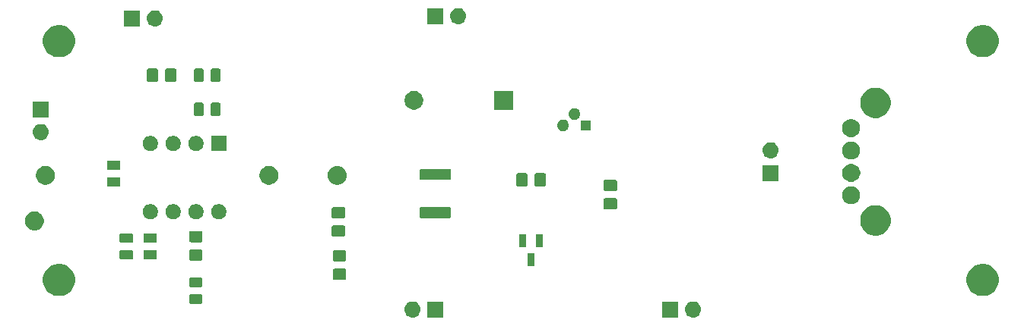
<source format=gbr>
G04 #@! TF.GenerationSoftware,KiCad,Pcbnew,5.1.4-e60b266~84~ubuntu18.04.1*
G04 #@! TF.CreationDate,2019-09-29T22:34:52+02:00*
G04 #@! TF.ProjectId,Circuit,43697263-7569-4742-9e6b-696361645f70,rev?*
G04 #@! TF.SameCoordinates,Original*
G04 #@! TF.FileFunction,Soldermask,Top*
G04 #@! TF.FilePolarity,Negative*
%FSLAX46Y46*%
G04 Gerber Fmt 4.6, Leading zero omitted, Abs format (unit mm)*
G04 Created by KiCad (PCBNEW 5.1.4-e60b266~84~ubuntu18.04.1) date 2019-09-29 22:34:52*
%MOMM*%
%LPD*%
G04 APERTURE LIST*
%ADD10C,0.150000*%
G04 APERTURE END LIST*
D10*
G36*
X118474442Y-118231518D02*
G01*
X118540627Y-118238037D01*
X118710466Y-118289557D01*
X118866991Y-118373222D01*
X118881753Y-118385337D01*
X119004186Y-118485814D01*
X119087448Y-118587271D01*
X119116778Y-118623009D01*
X119200443Y-118779534D01*
X119251963Y-118949373D01*
X119269359Y-119126000D01*
X119251963Y-119302627D01*
X119200443Y-119472466D01*
X119116778Y-119628991D01*
X119087448Y-119664729D01*
X119004186Y-119766186D01*
X118902729Y-119849448D01*
X118866991Y-119878778D01*
X118710466Y-119962443D01*
X118540627Y-120013963D01*
X118474442Y-120020482D01*
X118408260Y-120027000D01*
X118319740Y-120027000D01*
X118253558Y-120020482D01*
X118187373Y-120013963D01*
X118017534Y-119962443D01*
X117861009Y-119878778D01*
X117825271Y-119849448D01*
X117723814Y-119766186D01*
X117640552Y-119664729D01*
X117611222Y-119628991D01*
X117527557Y-119472466D01*
X117476037Y-119302627D01*
X117458641Y-119126000D01*
X117476037Y-118949373D01*
X117527557Y-118779534D01*
X117611222Y-118623009D01*
X117640552Y-118587271D01*
X117723814Y-118485814D01*
X117846247Y-118385337D01*
X117861009Y-118373222D01*
X118017534Y-118289557D01*
X118187373Y-118238037D01*
X118253558Y-118231518D01*
X118319740Y-118225000D01*
X118408260Y-118225000D01*
X118474442Y-118231518D01*
X118474442Y-118231518D01*
G37*
G36*
X147967000Y-120027000D02*
G01*
X146165000Y-120027000D01*
X146165000Y-118225000D01*
X147967000Y-118225000D01*
X147967000Y-120027000D01*
X147967000Y-120027000D01*
G37*
G36*
X149716442Y-118231518D02*
G01*
X149782627Y-118238037D01*
X149952466Y-118289557D01*
X150108991Y-118373222D01*
X150123753Y-118385337D01*
X150246186Y-118485814D01*
X150329448Y-118587271D01*
X150358778Y-118623009D01*
X150442443Y-118779534D01*
X150493963Y-118949373D01*
X150511359Y-119126000D01*
X150493963Y-119302627D01*
X150442443Y-119472466D01*
X150358778Y-119628991D01*
X150329448Y-119664729D01*
X150246186Y-119766186D01*
X150144729Y-119849448D01*
X150108991Y-119878778D01*
X149952466Y-119962443D01*
X149782627Y-120013963D01*
X149716442Y-120020482D01*
X149650260Y-120027000D01*
X149561740Y-120027000D01*
X149495558Y-120020482D01*
X149429373Y-120013963D01*
X149259534Y-119962443D01*
X149103009Y-119878778D01*
X149067271Y-119849448D01*
X148965814Y-119766186D01*
X148882552Y-119664729D01*
X148853222Y-119628991D01*
X148769557Y-119472466D01*
X148718037Y-119302627D01*
X148700641Y-119126000D01*
X148718037Y-118949373D01*
X148769557Y-118779534D01*
X148853222Y-118623009D01*
X148882552Y-118587271D01*
X148965814Y-118485814D01*
X149088247Y-118385337D01*
X149103009Y-118373222D01*
X149259534Y-118289557D01*
X149429373Y-118238037D01*
X149495558Y-118231518D01*
X149561740Y-118225000D01*
X149650260Y-118225000D01*
X149716442Y-118231518D01*
X149716442Y-118231518D01*
G37*
G36*
X121805000Y-120027000D02*
G01*
X120003000Y-120027000D01*
X120003000Y-118225000D01*
X121805000Y-118225000D01*
X121805000Y-120027000D01*
X121805000Y-120027000D01*
G37*
G36*
X94818468Y-117432565D02*
G01*
X94857138Y-117444296D01*
X94892777Y-117463346D01*
X94924017Y-117488983D01*
X94949654Y-117520223D01*
X94968704Y-117555862D01*
X94980435Y-117594532D01*
X94985000Y-117640888D01*
X94985000Y-118292112D01*
X94980435Y-118338468D01*
X94968704Y-118377138D01*
X94949654Y-118412777D01*
X94924017Y-118444017D01*
X94892777Y-118469654D01*
X94857138Y-118488704D01*
X94818468Y-118500435D01*
X94772112Y-118505000D01*
X93695888Y-118505000D01*
X93649532Y-118500435D01*
X93610862Y-118488704D01*
X93575223Y-118469654D01*
X93543983Y-118444017D01*
X93518346Y-118412777D01*
X93499296Y-118377138D01*
X93487565Y-118338468D01*
X93483000Y-118292112D01*
X93483000Y-117640888D01*
X93487565Y-117594532D01*
X93499296Y-117555862D01*
X93518346Y-117520223D01*
X93543983Y-117488983D01*
X93575223Y-117463346D01*
X93610862Y-117444296D01*
X93649532Y-117432565D01*
X93695888Y-117428000D01*
X94772112Y-117428000D01*
X94818468Y-117432565D01*
X94818468Y-117432565D01*
G37*
G36*
X79519331Y-114092211D02*
G01*
X79847092Y-114227974D01*
X80142070Y-114425072D01*
X80392928Y-114675930D01*
X80590026Y-114970908D01*
X80725789Y-115298669D01*
X80795000Y-115646616D01*
X80795000Y-116001384D01*
X80725789Y-116349331D01*
X80590026Y-116677092D01*
X80392928Y-116972070D01*
X80142070Y-117222928D01*
X79847092Y-117420026D01*
X79519331Y-117555789D01*
X79171384Y-117625000D01*
X78816616Y-117625000D01*
X78468669Y-117555789D01*
X78140908Y-117420026D01*
X77845930Y-117222928D01*
X77595072Y-116972070D01*
X77397974Y-116677092D01*
X77262211Y-116349331D01*
X77193000Y-116001384D01*
X77193000Y-115646616D01*
X77262211Y-115298669D01*
X77397974Y-114970908D01*
X77595072Y-114675930D01*
X77845930Y-114425072D01*
X78140908Y-114227974D01*
X78468669Y-114092211D01*
X78816616Y-114023000D01*
X79171384Y-114023000D01*
X79519331Y-114092211D01*
X79519331Y-114092211D01*
G37*
G36*
X182389331Y-114092211D02*
G01*
X182717092Y-114227974D01*
X183012070Y-114425072D01*
X183262928Y-114675930D01*
X183460026Y-114970908D01*
X183595789Y-115298669D01*
X183665000Y-115646616D01*
X183665000Y-116001384D01*
X183595789Y-116349331D01*
X183460026Y-116677092D01*
X183262928Y-116972070D01*
X183012070Y-117222928D01*
X182717092Y-117420026D01*
X182389331Y-117555789D01*
X182041384Y-117625000D01*
X181686616Y-117625000D01*
X181338669Y-117555789D01*
X181010908Y-117420026D01*
X180715930Y-117222928D01*
X180465072Y-116972070D01*
X180267974Y-116677092D01*
X180132211Y-116349331D01*
X180063000Y-116001384D01*
X180063000Y-115646616D01*
X180132211Y-115298669D01*
X180267974Y-114970908D01*
X180465072Y-114675930D01*
X180715930Y-114425072D01*
X181010908Y-114227974D01*
X181338669Y-114092211D01*
X181686616Y-114023000D01*
X182041384Y-114023000D01*
X182389331Y-114092211D01*
X182389331Y-114092211D01*
G37*
G36*
X94818468Y-115557565D02*
G01*
X94857138Y-115569296D01*
X94892777Y-115588346D01*
X94924017Y-115613983D01*
X94949654Y-115645223D01*
X94968704Y-115680862D01*
X94980435Y-115719532D01*
X94985000Y-115765888D01*
X94985000Y-116417112D01*
X94980435Y-116463468D01*
X94968704Y-116502138D01*
X94949654Y-116537777D01*
X94924017Y-116569017D01*
X94892777Y-116594654D01*
X94857138Y-116613704D01*
X94818468Y-116625435D01*
X94772112Y-116630000D01*
X93695888Y-116630000D01*
X93649532Y-116625435D01*
X93610862Y-116613704D01*
X93575223Y-116594654D01*
X93543983Y-116569017D01*
X93518346Y-116537777D01*
X93499296Y-116502138D01*
X93487565Y-116463468D01*
X93483000Y-116417112D01*
X93483000Y-115765888D01*
X93487565Y-115719532D01*
X93499296Y-115680862D01*
X93518346Y-115645223D01*
X93543983Y-115613983D01*
X93575223Y-115588346D01*
X93610862Y-115569296D01*
X93649532Y-115557565D01*
X93695888Y-115553000D01*
X94772112Y-115553000D01*
X94818468Y-115557565D01*
X94818468Y-115557565D01*
G37*
G36*
X110824674Y-114567465D02*
G01*
X110862367Y-114578899D01*
X110897103Y-114597466D01*
X110927548Y-114622452D01*
X110952534Y-114652897D01*
X110971101Y-114687633D01*
X110982535Y-114725326D01*
X110987000Y-114770661D01*
X110987000Y-115607339D01*
X110982535Y-115652674D01*
X110971101Y-115690367D01*
X110952534Y-115725103D01*
X110927548Y-115755548D01*
X110897103Y-115780534D01*
X110862367Y-115799101D01*
X110824674Y-115810535D01*
X110779339Y-115815000D01*
X109692661Y-115815000D01*
X109647326Y-115810535D01*
X109609633Y-115799101D01*
X109574897Y-115780534D01*
X109544452Y-115755548D01*
X109519466Y-115725103D01*
X109500899Y-115690367D01*
X109489465Y-115652674D01*
X109485000Y-115607339D01*
X109485000Y-114770661D01*
X109489465Y-114725326D01*
X109500899Y-114687633D01*
X109519466Y-114652897D01*
X109544452Y-114622452D01*
X109574897Y-114597466D01*
X109609633Y-114578899D01*
X109647326Y-114567465D01*
X109692661Y-114563000D01*
X110779339Y-114563000D01*
X110824674Y-114567465D01*
X110824674Y-114567465D01*
G37*
G36*
X131942000Y-114292000D02*
G01*
X131202000Y-114292000D01*
X131202000Y-112852000D01*
X131942000Y-112852000D01*
X131942000Y-114292000D01*
X131942000Y-114292000D01*
G37*
G36*
X110824674Y-112517465D02*
G01*
X110862367Y-112528899D01*
X110897103Y-112547466D01*
X110927548Y-112572452D01*
X110952534Y-112602897D01*
X110971101Y-112637633D01*
X110982535Y-112675326D01*
X110987000Y-112720661D01*
X110987000Y-113557339D01*
X110982535Y-113602674D01*
X110971101Y-113640367D01*
X110952534Y-113675103D01*
X110927548Y-113705548D01*
X110897103Y-113730534D01*
X110862367Y-113749101D01*
X110824674Y-113760535D01*
X110779339Y-113765000D01*
X109692661Y-113765000D01*
X109647326Y-113760535D01*
X109609633Y-113749101D01*
X109574897Y-113730534D01*
X109544452Y-113705548D01*
X109519466Y-113675103D01*
X109500899Y-113640367D01*
X109489465Y-113602674D01*
X109485000Y-113557339D01*
X109485000Y-112720661D01*
X109489465Y-112675326D01*
X109500899Y-112637633D01*
X109519466Y-112602897D01*
X109544452Y-112572452D01*
X109574897Y-112547466D01*
X109609633Y-112528899D01*
X109647326Y-112517465D01*
X109692661Y-112513000D01*
X110779339Y-112513000D01*
X110824674Y-112517465D01*
X110824674Y-112517465D01*
G37*
G36*
X94822674Y-112417465D02*
G01*
X94860367Y-112428899D01*
X94895103Y-112447466D01*
X94925548Y-112472452D01*
X94950534Y-112502897D01*
X94969101Y-112537633D01*
X94980535Y-112575326D01*
X94985000Y-112620661D01*
X94985000Y-113457339D01*
X94980535Y-113502674D01*
X94969101Y-113540367D01*
X94950534Y-113575103D01*
X94925548Y-113605548D01*
X94895103Y-113630534D01*
X94860367Y-113649101D01*
X94822674Y-113660535D01*
X94777339Y-113665000D01*
X93690661Y-113665000D01*
X93645326Y-113660535D01*
X93607633Y-113649101D01*
X93572897Y-113630534D01*
X93542452Y-113605548D01*
X93517466Y-113575103D01*
X93498899Y-113540367D01*
X93487465Y-113502674D01*
X93483000Y-113457339D01*
X93483000Y-112620661D01*
X93487465Y-112575326D01*
X93498899Y-112537633D01*
X93517466Y-112502897D01*
X93542452Y-112472452D01*
X93572897Y-112447466D01*
X93607633Y-112428899D01*
X93645326Y-112417465D01*
X93690661Y-112413000D01*
X94777339Y-112413000D01*
X94822674Y-112417465D01*
X94822674Y-112417465D01*
G37*
G36*
X89738468Y-112482565D02*
G01*
X89777138Y-112494296D01*
X89812777Y-112513346D01*
X89844017Y-112538983D01*
X89869654Y-112570223D01*
X89888704Y-112605862D01*
X89900435Y-112644532D01*
X89905000Y-112690888D01*
X89905000Y-113342112D01*
X89900435Y-113388468D01*
X89888704Y-113427138D01*
X89869654Y-113462777D01*
X89844017Y-113494017D01*
X89812777Y-113519654D01*
X89777138Y-113538704D01*
X89738468Y-113550435D01*
X89692112Y-113555000D01*
X88615888Y-113555000D01*
X88569532Y-113550435D01*
X88530862Y-113538704D01*
X88495223Y-113519654D01*
X88463983Y-113494017D01*
X88438346Y-113462777D01*
X88419296Y-113427138D01*
X88407565Y-113388468D01*
X88403000Y-113342112D01*
X88403000Y-112690888D01*
X88407565Y-112644532D01*
X88419296Y-112605862D01*
X88438346Y-112570223D01*
X88463983Y-112538983D01*
X88495223Y-112513346D01*
X88530862Y-112494296D01*
X88569532Y-112482565D01*
X88615888Y-112478000D01*
X89692112Y-112478000D01*
X89738468Y-112482565D01*
X89738468Y-112482565D01*
G37*
G36*
X87071468Y-112479565D02*
G01*
X87110138Y-112491296D01*
X87145777Y-112510346D01*
X87177017Y-112535983D01*
X87202654Y-112567223D01*
X87221704Y-112602862D01*
X87233435Y-112641532D01*
X87238000Y-112687888D01*
X87238000Y-113339112D01*
X87233435Y-113385468D01*
X87221704Y-113424138D01*
X87202654Y-113459777D01*
X87177017Y-113491017D01*
X87145777Y-113516654D01*
X87110138Y-113535704D01*
X87071468Y-113547435D01*
X87025112Y-113552000D01*
X85948888Y-113552000D01*
X85902532Y-113547435D01*
X85863862Y-113535704D01*
X85828223Y-113516654D01*
X85796983Y-113491017D01*
X85771346Y-113459777D01*
X85752296Y-113424138D01*
X85740565Y-113385468D01*
X85736000Y-113339112D01*
X85736000Y-112687888D01*
X85740565Y-112641532D01*
X85752296Y-112602862D01*
X85771346Y-112567223D01*
X85796983Y-112535983D01*
X85828223Y-112510346D01*
X85863862Y-112491296D01*
X85902532Y-112479565D01*
X85948888Y-112475000D01*
X87025112Y-112475000D01*
X87071468Y-112479565D01*
X87071468Y-112479565D01*
G37*
G36*
X132892000Y-112192000D02*
G01*
X132152000Y-112192000D01*
X132152000Y-110752000D01*
X132892000Y-110752000D01*
X132892000Y-112192000D01*
X132892000Y-112192000D01*
G37*
G36*
X130992000Y-112192000D02*
G01*
X130252000Y-112192000D01*
X130252000Y-110752000D01*
X130992000Y-110752000D01*
X130992000Y-112192000D01*
X130992000Y-112192000D01*
G37*
G36*
X89738468Y-110607565D02*
G01*
X89777138Y-110619296D01*
X89812777Y-110638346D01*
X89844017Y-110663983D01*
X89869654Y-110695223D01*
X89888704Y-110730862D01*
X89900435Y-110769532D01*
X89905000Y-110815888D01*
X89905000Y-111467112D01*
X89900435Y-111513468D01*
X89888704Y-111552138D01*
X89869654Y-111587777D01*
X89844017Y-111619017D01*
X89812777Y-111644654D01*
X89777138Y-111663704D01*
X89738468Y-111675435D01*
X89692112Y-111680000D01*
X88615888Y-111680000D01*
X88569532Y-111675435D01*
X88530862Y-111663704D01*
X88495223Y-111644654D01*
X88463983Y-111619017D01*
X88438346Y-111587777D01*
X88419296Y-111552138D01*
X88407565Y-111513468D01*
X88403000Y-111467112D01*
X88403000Y-110815888D01*
X88407565Y-110769532D01*
X88419296Y-110730862D01*
X88438346Y-110695223D01*
X88463983Y-110663983D01*
X88495223Y-110638346D01*
X88530862Y-110619296D01*
X88569532Y-110607565D01*
X88615888Y-110603000D01*
X89692112Y-110603000D01*
X89738468Y-110607565D01*
X89738468Y-110607565D01*
G37*
G36*
X87071468Y-110604565D02*
G01*
X87110138Y-110616296D01*
X87145777Y-110635346D01*
X87177017Y-110660983D01*
X87202654Y-110692223D01*
X87221704Y-110727862D01*
X87233435Y-110766532D01*
X87238000Y-110812888D01*
X87238000Y-111464112D01*
X87233435Y-111510468D01*
X87221704Y-111549138D01*
X87202654Y-111584777D01*
X87177017Y-111616017D01*
X87145777Y-111641654D01*
X87110138Y-111660704D01*
X87071468Y-111672435D01*
X87025112Y-111677000D01*
X85948888Y-111677000D01*
X85902532Y-111672435D01*
X85863862Y-111660704D01*
X85828223Y-111641654D01*
X85796983Y-111616017D01*
X85771346Y-111584777D01*
X85752296Y-111549138D01*
X85740565Y-111510468D01*
X85736000Y-111464112D01*
X85736000Y-110812888D01*
X85740565Y-110766532D01*
X85752296Y-110727862D01*
X85771346Y-110692223D01*
X85796983Y-110660983D01*
X85828223Y-110635346D01*
X85863862Y-110616296D01*
X85902532Y-110604565D01*
X85948888Y-110600000D01*
X87025112Y-110600000D01*
X87071468Y-110604565D01*
X87071468Y-110604565D01*
G37*
G36*
X94822674Y-110367465D02*
G01*
X94860367Y-110378899D01*
X94895103Y-110397466D01*
X94925548Y-110422452D01*
X94950534Y-110452897D01*
X94969101Y-110487633D01*
X94980535Y-110525326D01*
X94985000Y-110570661D01*
X94985000Y-111407339D01*
X94980535Y-111452674D01*
X94969101Y-111490367D01*
X94950534Y-111525103D01*
X94925548Y-111555548D01*
X94895103Y-111580534D01*
X94860367Y-111599101D01*
X94822674Y-111610535D01*
X94777339Y-111615000D01*
X93690661Y-111615000D01*
X93645326Y-111610535D01*
X93607633Y-111599101D01*
X93572897Y-111580534D01*
X93542452Y-111555548D01*
X93517466Y-111525103D01*
X93498899Y-111490367D01*
X93487465Y-111452674D01*
X93483000Y-111407339D01*
X93483000Y-110570661D01*
X93487465Y-110525326D01*
X93498899Y-110487633D01*
X93517466Y-110452897D01*
X93542452Y-110422452D01*
X93572897Y-110397466D01*
X93607633Y-110378899D01*
X93645326Y-110367465D01*
X93690661Y-110363000D01*
X94777339Y-110363000D01*
X94822674Y-110367465D01*
X94822674Y-110367465D01*
G37*
G36*
X110697674Y-109741465D02*
G01*
X110735367Y-109752899D01*
X110770103Y-109771466D01*
X110800548Y-109796452D01*
X110825534Y-109826897D01*
X110844101Y-109861633D01*
X110855535Y-109899326D01*
X110860000Y-109944661D01*
X110860000Y-110781339D01*
X110855535Y-110826674D01*
X110844101Y-110864367D01*
X110825534Y-110899103D01*
X110800548Y-110929548D01*
X110770103Y-110954534D01*
X110735367Y-110973101D01*
X110697674Y-110984535D01*
X110652339Y-110989000D01*
X109565661Y-110989000D01*
X109520326Y-110984535D01*
X109482633Y-110973101D01*
X109447897Y-110954534D01*
X109417452Y-110929548D01*
X109392466Y-110899103D01*
X109373899Y-110864367D01*
X109362465Y-110826674D01*
X109358000Y-110781339D01*
X109358000Y-109944661D01*
X109362465Y-109899326D01*
X109373899Y-109861633D01*
X109392466Y-109826897D01*
X109417452Y-109796452D01*
X109447897Y-109771466D01*
X109482633Y-109752899D01*
X109520326Y-109741465D01*
X109565661Y-109737000D01*
X110652339Y-109737000D01*
X110697674Y-109741465D01*
X110697674Y-109741465D01*
G37*
G36*
X170422162Y-107550368D02*
G01*
X170731724Y-107678593D01*
X170781764Y-107712029D01*
X171010324Y-107864747D01*
X171247253Y-108101676D01*
X171329375Y-108224581D01*
X171433407Y-108380276D01*
X171561632Y-108689838D01*
X171627000Y-109018465D01*
X171627000Y-109353535D01*
X171561632Y-109682162D01*
X171433407Y-109991724D01*
X171433406Y-109991725D01*
X171247253Y-110270324D01*
X171010324Y-110507253D01*
X170836355Y-110623495D01*
X170731724Y-110693407D01*
X170422162Y-110821632D01*
X170093535Y-110887000D01*
X169758465Y-110887000D01*
X169429838Y-110821632D01*
X169120276Y-110693407D01*
X169015645Y-110623495D01*
X168841676Y-110507253D01*
X168604747Y-110270324D01*
X168418594Y-109991725D01*
X168418593Y-109991724D01*
X168290368Y-109682162D01*
X168225000Y-109353535D01*
X168225000Y-109018465D01*
X168290368Y-108689838D01*
X168418593Y-108380276D01*
X168522625Y-108224581D01*
X168604747Y-108101676D01*
X168841676Y-107864747D01*
X169070236Y-107712029D01*
X169120276Y-107678593D01*
X169429838Y-107550368D01*
X169758465Y-107485000D01*
X170093535Y-107485000D01*
X170422162Y-107550368D01*
X170422162Y-107550368D01*
G37*
G36*
X76476015Y-108204290D02*
G01*
X76578024Y-108224581D01*
X76770204Y-108304185D01*
X76943161Y-108419751D01*
X77090249Y-108566839D01*
X77205815Y-108739796D01*
X77285419Y-108931976D01*
X77326000Y-109135993D01*
X77326000Y-109344007D01*
X77285419Y-109548024D01*
X77205815Y-109740204D01*
X77090249Y-109913161D01*
X76943161Y-110060249D01*
X76770204Y-110175815D01*
X76578024Y-110255419D01*
X76476016Y-110275709D01*
X76374008Y-110296000D01*
X76165992Y-110296000D01*
X76063984Y-110275709D01*
X75961976Y-110255419D01*
X75769796Y-110175815D01*
X75596839Y-110060249D01*
X75449751Y-109913161D01*
X75334185Y-109740204D01*
X75254581Y-109548024D01*
X75214000Y-109344007D01*
X75214000Y-109135993D01*
X75254581Y-108931976D01*
X75334185Y-108739796D01*
X75449751Y-108566839D01*
X75596839Y-108419751D01*
X75769796Y-108304185D01*
X75961976Y-108224581D01*
X76063985Y-108204290D01*
X76165992Y-108184000D01*
X76374008Y-108184000D01*
X76476015Y-108204290D01*
X76476015Y-108204290D01*
G37*
G36*
X89402228Y-107385703D02*
G01*
X89557100Y-107449853D01*
X89696481Y-107542985D01*
X89815015Y-107661519D01*
X89908147Y-107800900D01*
X89972297Y-107955772D01*
X90005000Y-108120184D01*
X90005000Y-108287816D01*
X89972297Y-108452228D01*
X89908147Y-108607100D01*
X89815015Y-108746481D01*
X89696481Y-108865015D01*
X89557100Y-108958147D01*
X89402228Y-109022297D01*
X89237816Y-109055000D01*
X89070184Y-109055000D01*
X88905772Y-109022297D01*
X88750900Y-108958147D01*
X88611519Y-108865015D01*
X88492985Y-108746481D01*
X88399853Y-108607100D01*
X88335703Y-108452228D01*
X88303000Y-108287816D01*
X88303000Y-108120184D01*
X88335703Y-107955772D01*
X88399853Y-107800900D01*
X88492985Y-107661519D01*
X88611519Y-107542985D01*
X88750900Y-107449853D01*
X88905772Y-107385703D01*
X89070184Y-107353000D01*
X89237816Y-107353000D01*
X89402228Y-107385703D01*
X89402228Y-107385703D01*
G37*
G36*
X91942228Y-107385703D02*
G01*
X92097100Y-107449853D01*
X92236481Y-107542985D01*
X92355015Y-107661519D01*
X92448147Y-107800900D01*
X92512297Y-107955772D01*
X92545000Y-108120184D01*
X92545000Y-108287816D01*
X92512297Y-108452228D01*
X92448147Y-108607100D01*
X92355015Y-108746481D01*
X92236481Y-108865015D01*
X92097100Y-108958147D01*
X91942228Y-109022297D01*
X91777816Y-109055000D01*
X91610184Y-109055000D01*
X91445772Y-109022297D01*
X91290900Y-108958147D01*
X91151519Y-108865015D01*
X91032985Y-108746481D01*
X90939853Y-108607100D01*
X90875703Y-108452228D01*
X90843000Y-108287816D01*
X90843000Y-108120184D01*
X90875703Y-107955772D01*
X90939853Y-107800900D01*
X91032985Y-107661519D01*
X91151519Y-107542985D01*
X91290900Y-107449853D01*
X91445772Y-107385703D01*
X91610184Y-107353000D01*
X91777816Y-107353000D01*
X91942228Y-107385703D01*
X91942228Y-107385703D01*
G37*
G36*
X94482228Y-107385703D02*
G01*
X94637100Y-107449853D01*
X94776481Y-107542985D01*
X94895015Y-107661519D01*
X94988147Y-107800900D01*
X95052297Y-107955772D01*
X95085000Y-108120184D01*
X95085000Y-108287816D01*
X95052297Y-108452228D01*
X94988147Y-108607100D01*
X94895015Y-108746481D01*
X94776481Y-108865015D01*
X94637100Y-108958147D01*
X94482228Y-109022297D01*
X94317816Y-109055000D01*
X94150184Y-109055000D01*
X93985772Y-109022297D01*
X93830900Y-108958147D01*
X93691519Y-108865015D01*
X93572985Y-108746481D01*
X93479853Y-108607100D01*
X93415703Y-108452228D01*
X93383000Y-108287816D01*
X93383000Y-108120184D01*
X93415703Y-107955772D01*
X93479853Y-107800900D01*
X93572985Y-107661519D01*
X93691519Y-107542985D01*
X93830900Y-107449853D01*
X93985772Y-107385703D01*
X94150184Y-107353000D01*
X94317816Y-107353000D01*
X94482228Y-107385703D01*
X94482228Y-107385703D01*
G37*
G36*
X97022228Y-107385703D02*
G01*
X97177100Y-107449853D01*
X97316481Y-107542985D01*
X97435015Y-107661519D01*
X97528147Y-107800900D01*
X97592297Y-107955772D01*
X97625000Y-108120184D01*
X97625000Y-108287816D01*
X97592297Y-108452228D01*
X97528147Y-108607100D01*
X97435015Y-108746481D01*
X97316481Y-108865015D01*
X97177100Y-108958147D01*
X97022228Y-109022297D01*
X96857816Y-109055000D01*
X96690184Y-109055000D01*
X96525772Y-109022297D01*
X96370900Y-108958147D01*
X96231519Y-108865015D01*
X96112985Y-108746481D01*
X96019853Y-108607100D01*
X95955703Y-108452228D01*
X95923000Y-108287816D01*
X95923000Y-108120184D01*
X95955703Y-107955772D01*
X96019853Y-107800900D01*
X96112985Y-107661519D01*
X96231519Y-107542985D01*
X96370900Y-107449853D01*
X96525772Y-107385703D01*
X96690184Y-107353000D01*
X96857816Y-107353000D01*
X97022228Y-107385703D01*
X97022228Y-107385703D01*
G37*
G36*
X110697674Y-107691465D02*
G01*
X110735367Y-107702899D01*
X110770103Y-107721466D01*
X110800548Y-107746452D01*
X110825534Y-107776897D01*
X110844101Y-107811633D01*
X110855535Y-107849326D01*
X110860000Y-107894661D01*
X110860000Y-108731339D01*
X110855535Y-108776674D01*
X110844101Y-108814367D01*
X110825534Y-108849103D01*
X110800548Y-108879548D01*
X110770103Y-108904534D01*
X110735367Y-108923101D01*
X110697674Y-108934535D01*
X110652339Y-108939000D01*
X109565661Y-108939000D01*
X109520326Y-108934535D01*
X109482633Y-108923101D01*
X109447897Y-108904534D01*
X109417452Y-108879548D01*
X109392466Y-108849103D01*
X109373899Y-108814367D01*
X109362465Y-108776674D01*
X109358000Y-108731339D01*
X109358000Y-107894661D01*
X109362465Y-107849326D01*
X109373899Y-107811633D01*
X109392466Y-107776897D01*
X109417452Y-107746452D01*
X109447897Y-107721466D01*
X109482633Y-107702899D01*
X109520326Y-107691465D01*
X109565661Y-107687000D01*
X110652339Y-107687000D01*
X110697674Y-107691465D01*
X110697674Y-107691465D01*
G37*
G36*
X122491307Y-107700498D02*
G01*
X122529318Y-107712029D01*
X122564342Y-107730749D01*
X122595049Y-107755951D01*
X122620251Y-107786658D01*
X122638971Y-107821682D01*
X122650502Y-107859693D01*
X122655000Y-107905363D01*
X122655000Y-108713637D01*
X122650502Y-108759307D01*
X122638971Y-108797318D01*
X122620251Y-108832342D01*
X122595049Y-108863049D01*
X122564342Y-108888251D01*
X122529318Y-108906971D01*
X122491307Y-108918502D01*
X122445637Y-108923000D01*
X119362363Y-108923000D01*
X119316693Y-108918502D01*
X119278682Y-108906971D01*
X119243658Y-108888251D01*
X119212951Y-108863049D01*
X119187749Y-108832342D01*
X119169029Y-108797318D01*
X119157498Y-108759307D01*
X119153000Y-108713637D01*
X119153000Y-107905363D01*
X119157498Y-107859693D01*
X119169029Y-107821682D01*
X119187749Y-107786658D01*
X119212951Y-107755951D01*
X119243658Y-107730749D01*
X119278682Y-107712029D01*
X119316693Y-107700498D01*
X119362363Y-107696000D01*
X122445637Y-107696000D01*
X122491307Y-107700498D01*
X122491307Y-107700498D01*
G37*
G36*
X140987174Y-106702465D02*
G01*
X141024867Y-106713899D01*
X141059603Y-106732466D01*
X141090048Y-106757452D01*
X141115034Y-106787897D01*
X141133601Y-106822633D01*
X141145035Y-106860326D01*
X141149500Y-106905661D01*
X141149500Y-107742339D01*
X141145035Y-107787674D01*
X141133601Y-107825367D01*
X141115034Y-107860103D01*
X141090048Y-107890548D01*
X141059603Y-107915534D01*
X141024867Y-107934101D01*
X140987174Y-107945535D01*
X140941839Y-107950000D01*
X139855161Y-107950000D01*
X139809826Y-107945535D01*
X139772133Y-107934101D01*
X139737397Y-107915534D01*
X139706952Y-107890548D01*
X139681966Y-107860103D01*
X139663399Y-107825367D01*
X139651965Y-107787674D01*
X139647500Y-107742339D01*
X139647500Y-106905661D01*
X139651965Y-106860326D01*
X139663399Y-106822633D01*
X139681966Y-106787897D01*
X139706952Y-106757452D01*
X139737397Y-106732466D01*
X139772133Y-106713899D01*
X139809826Y-106702465D01*
X139855161Y-106698000D01*
X140941839Y-106698000D01*
X140987174Y-106702465D01*
X140987174Y-106702465D01*
G37*
G36*
X167381363Y-105378282D02*
G01*
X167507981Y-105403468D01*
X167690151Y-105478926D01*
X167854100Y-105588473D01*
X167993527Y-105727900D01*
X168103074Y-105891849D01*
X168178532Y-106074019D01*
X168217000Y-106267410D01*
X168217000Y-106464590D01*
X168178532Y-106657981D01*
X168103074Y-106840151D01*
X167993527Y-107004100D01*
X167854100Y-107143527D01*
X167690151Y-107253074D01*
X167507981Y-107328532D01*
X167411285Y-107347766D01*
X167314591Y-107367000D01*
X167117409Y-107367000D01*
X167020715Y-107347766D01*
X166924019Y-107328532D01*
X166741849Y-107253074D01*
X166577900Y-107143527D01*
X166438473Y-107004100D01*
X166328926Y-106840151D01*
X166253468Y-106657981D01*
X166215000Y-106464590D01*
X166215000Y-106267410D01*
X166253468Y-106074019D01*
X166328926Y-105891849D01*
X166438473Y-105727900D01*
X166577900Y-105588473D01*
X166741849Y-105478926D01*
X166924019Y-105403468D01*
X167050637Y-105378282D01*
X167117409Y-105365000D01*
X167314591Y-105365000D01*
X167381363Y-105378282D01*
X167381363Y-105378282D01*
G37*
G36*
X140987174Y-104652465D02*
G01*
X141024867Y-104663899D01*
X141059603Y-104682466D01*
X141090048Y-104707452D01*
X141115034Y-104737897D01*
X141133601Y-104772633D01*
X141145035Y-104810326D01*
X141149500Y-104855661D01*
X141149500Y-105692339D01*
X141145035Y-105737674D01*
X141133601Y-105775367D01*
X141115034Y-105810103D01*
X141090048Y-105840548D01*
X141059603Y-105865534D01*
X141024867Y-105884101D01*
X140987174Y-105895535D01*
X140941839Y-105900000D01*
X139855161Y-105900000D01*
X139809826Y-105895535D01*
X139772133Y-105884101D01*
X139737397Y-105865534D01*
X139706952Y-105840548D01*
X139681966Y-105810103D01*
X139663399Y-105775367D01*
X139651965Y-105737674D01*
X139647500Y-105692339D01*
X139647500Y-104855661D01*
X139651965Y-104810326D01*
X139663399Y-104772633D01*
X139681966Y-104737897D01*
X139706952Y-104707452D01*
X139737397Y-104682466D01*
X139772133Y-104663899D01*
X139809826Y-104652465D01*
X139855161Y-104648000D01*
X140941839Y-104648000D01*
X140987174Y-104652465D01*
X140987174Y-104652465D01*
G37*
G36*
X85674468Y-104354565D02*
G01*
X85713138Y-104366296D01*
X85748777Y-104385346D01*
X85780017Y-104410983D01*
X85805654Y-104442223D01*
X85824704Y-104477862D01*
X85836435Y-104516532D01*
X85841000Y-104562888D01*
X85841000Y-105214112D01*
X85836435Y-105260468D01*
X85824704Y-105299138D01*
X85805654Y-105334777D01*
X85780017Y-105366017D01*
X85748777Y-105391654D01*
X85713138Y-105410704D01*
X85674468Y-105422435D01*
X85628112Y-105427000D01*
X84551888Y-105427000D01*
X84505532Y-105422435D01*
X84466862Y-105410704D01*
X84431223Y-105391654D01*
X84399983Y-105366017D01*
X84374346Y-105334777D01*
X84355296Y-105299138D01*
X84343565Y-105260468D01*
X84339000Y-105214112D01*
X84339000Y-104562888D01*
X84343565Y-104516532D01*
X84355296Y-104477862D01*
X84374346Y-104442223D01*
X84399983Y-104410983D01*
X84431223Y-104385346D01*
X84466862Y-104366296D01*
X84505532Y-104354565D01*
X84551888Y-104350000D01*
X85628112Y-104350000D01*
X85674468Y-104354565D01*
X85674468Y-104354565D01*
G37*
G36*
X131010674Y-103901465D02*
G01*
X131048367Y-103912899D01*
X131083103Y-103931466D01*
X131113548Y-103956452D01*
X131138534Y-103986897D01*
X131157101Y-104021633D01*
X131168535Y-104059326D01*
X131173000Y-104104661D01*
X131173000Y-105191339D01*
X131168535Y-105236674D01*
X131157101Y-105274367D01*
X131138534Y-105309103D01*
X131113548Y-105339548D01*
X131083103Y-105364534D01*
X131048367Y-105383101D01*
X131010674Y-105394535D01*
X130965339Y-105399000D01*
X130128661Y-105399000D01*
X130083326Y-105394535D01*
X130045633Y-105383101D01*
X130010897Y-105364534D01*
X129980452Y-105339548D01*
X129955466Y-105309103D01*
X129936899Y-105274367D01*
X129925465Y-105236674D01*
X129921000Y-105191339D01*
X129921000Y-104104661D01*
X129925465Y-104059326D01*
X129936899Y-104021633D01*
X129955466Y-103986897D01*
X129980452Y-103956452D01*
X130010897Y-103931466D01*
X130045633Y-103912899D01*
X130083326Y-103901465D01*
X130128661Y-103897000D01*
X130965339Y-103897000D01*
X131010674Y-103901465D01*
X131010674Y-103901465D01*
G37*
G36*
X133060674Y-103901465D02*
G01*
X133098367Y-103912899D01*
X133133103Y-103931466D01*
X133163548Y-103956452D01*
X133188534Y-103986897D01*
X133207101Y-104021633D01*
X133218535Y-104059326D01*
X133223000Y-104104661D01*
X133223000Y-105191339D01*
X133218535Y-105236674D01*
X133207101Y-105274367D01*
X133188534Y-105309103D01*
X133163548Y-105339548D01*
X133133103Y-105364534D01*
X133098367Y-105383101D01*
X133060674Y-105394535D01*
X133015339Y-105399000D01*
X132178661Y-105399000D01*
X132133326Y-105394535D01*
X132095633Y-105383101D01*
X132060897Y-105364534D01*
X132030452Y-105339548D01*
X132005466Y-105309103D01*
X131986899Y-105274367D01*
X131975465Y-105236674D01*
X131971000Y-105191339D01*
X131971000Y-104104661D01*
X131975465Y-104059326D01*
X131986899Y-104021633D01*
X132005466Y-103986897D01*
X132030452Y-103956452D01*
X132060897Y-103931466D01*
X132095633Y-103912899D01*
X132133326Y-103901465D01*
X132178661Y-103897000D01*
X133015339Y-103897000D01*
X133060674Y-103901465D01*
X133060674Y-103901465D01*
G37*
G36*
X77675596Y-103104207D02*
G01*
X77778024Y-103124581D01*
X77970204Y-103204185D01*
X78143161Y-103319751D01*
X78290249Y-103466839D01*
X78405815Y-103639796D01*
X78485419Y-103831976D01*
X78485419Y-103831977D01*
X78522414Y-104017962D01*
X78526000Y-104035993D01*
X78526000Y-104244007D01*
X78485419Y-104448024D01*
X78405815Y-104640204D01*
X78290249Y-104813161D01*
X78143161Y-104960249D01*
X77970204Y-105075815D01*
X77778024Y-105155419D01*
X77676015Y-105175710D01*
X77574008Y-105196000D01*
X77365992Y-105196000D01*
X77263985Y-105175710D01*
X77161976Y-105155419D01*
X76969796Y-105075815D01*
X76796839Y-104960249D01*
X76649751Y-104813161D01*
X76534185Y-104640204D01*
X76454581Y-104448024D01*
X76414000Y-104244007D01*
X76414000Y-104035993D01*
X76417587Y-104017962D01*
X76454581Y-103831977D01*
X76454581Y-103831976D01*
X76534185Y-103639796D01*
X76649751Y-103466839D01*
X76796839Y-103319751D01*
X76969796Y-103204185D01*
X77161976Y-103124581D01*
X77264404Y-103104207D01*
X77365992Y-103084000D01*
X77574008Y-103084000D01*
X77675596Y-103104207D01*
X77675596Y-103104207D01*
G37*
G36*
X110085097Y-103094069D02*
G01*
X110188032Y-103104207D01*
X110386146Y-103164305D01*
X110386149Y-103164306D01*
X110460757Y-103204185D01*
X110568729Y-103261897D01*
X110728765Y-103393235D01*
X110860103Y-103553271D01*
X110871193Y-103574019D01*
X110957694Y-103735851D01*
X110957695Y-103735854D01*
X111017793Y-103933968D01*
X111038085Y-104140000D01*
X111017793Y-104346032D01*
X110962951Y-104526819D01*
X110957694Y-104544149D01*
X110920758Y-104613251D01*
X110860103Y-104726729D01*
X110728765Y-104886765D01*
X110568729Y-105018103D01*
X110482975Y-105063939D01*
X110386149Y-105115694D01*
X110386146Y-105115695D01*
X110188032Y-105175793D01*
X110085097Y-105185931D01*
X110033631Y-105191000D01*
X109930369Y-105191000D01*
X109878903Y-105185931D01*
X109775968Y-105175793D01*
X109577854Y-105115695D01*
X109577851Y-105115694D01*
X109481025Y-105063939D01*
X109395271Y-105018103D01*
X109235235Y-104886765D01*
X109103897Y-104726729D01*
X109043242Y-104613251D01*
X109006306Y-104544149D01*
X109001049Y-104526819D01*
X108946207Y-104346032D01*
X108925915Y-104140000D01*
X108946207Y-103933968D01*
X109006305Y-103735854D01*
X109006306Y-103735851D01*
X109092807Y-103574019D01*
X109103897Y-103553271D01*
X109235235Y-103393235D01*
X109395271Y-103261897D01*
X109503243Y-103204185D01*
X109577851Y-103164306D01*
X109577854Y-103164305D01*
X109775968Y-103104207D01*
X109878903Y-103094069D01*
X109930369Y-103089000D01*
X110033631Y-103089000D01*
X110085097Y-103094069D01*
X110085097Y-103094069D01*
G37*
G36*
X102668564Y-103129389D02*
G01*
X102849138Y-103204185D01*
X102859835Y-103208616D01*
X103031973Y-103323635D01*
X103178365Y-103470027D01*
X103292253Y-103640472D01*
X103293385Y-103642167D01*
X103372611Y-103833436D01*
X103413000Y-104036484D01*
X103413000Y-104243516D01*
X103372611Y-104446564D01*
X103295813Y-104631971D01*
X103293384Y-104637835D01*
X103178365Y-104809973D01*
X103031973Y-104956365D01*
X102859835Y-105071384D01*
X102859834Y-105071385D01*
X102859833Y-105071385D01*
X102668564Y-105150611D01*
X102465516Y-105191000D01*
X102258484Y-105191000D01*
X102055436Y-105150611D01*
X101864167Y-105071385D01*
X101864166Y-105071385D01*
X101864165Y-105071384D01*
X101692027Y-104956365D01*
X101545635Y-104809973D01*
X101430616Y-104637835D01*
X101428187Y-104631971D01*
X101351389Y-104446564D01*
X101311000Y-104243516D01*
X101311000Y-104036484D01*
X101351389Y-103833436D01*
X101430615Y-103642167D01*
X101431748Y-103640472D01*
X101545635Y-103470027D01*
X101692027Y-103323635D01*
X101864165Y-103208616D01*
X101874862Y-103204185D01*
X102055436Y-103129389D01*
X102258484Y-103089000D01*
X102465516Y-103089000D01*
X102668564Y-103129389D01*
X102668564Y-103129389D01*
G37*
G36*
X167421285Y-102884234D02*
G01*
X167517981Y-102903468D01*
X167700151Y-102978926D01*
X167864100Y-103088473D01*
X168003527Y-103227900D01*
X168113074Y-103391849D01*
X168188532Y-103574019D01*
X168227000Y-103767410D01*
X168227000Y-103964590D01*
X168188532Y-104157981D01*
X168113074Y-104340151D01*
X168003527Y-104504100D01*
X167864100Y-104643527D01*
X167700151Y-104753074D01*
X167517981Y-104828532D01*
X167421285Y-104847766D01*
X167324591Y-104867000D01*
X167127409Y-104867000D01*
X167030715Y-104847766D01*
X166934019Y-104828532D01*
X166751849Y-104753074D01*
X166587900Y-104643527D01*
X166448473Y-104504100D01*
X166338926Y-104340151D01*
X166263468Y-104157981D01*
X166225000Y-103964590D01*
X166225000Y-103767410D01*
X166263468Y-103574019D01*
X166338926Y-103391849D01*
X166448473Y-103227900D01*
X166587900Y-103088473D01*
X166751849Y-102978926D01*
X166934019Y-102903468D01*
X167030715Y-102884234D01*
X167127409Y-102865000D01*
X167324591Y-102865000D01*
X167421285Y-102884234D01*
X167421285Y-102884234D01*
G37*
G36*
X159143000Y-104787000D02*
G01*
X157341000Y-104787000D01*
X157341000Y-102985000D01*
X159143000Y-102985000D01*
X159143000Y-104787000D01*
X159143000Y-104787000D01*
G37*
G36*
X122491307Y-103425498D02*
G01*
X122529318Y-103437029D01*
X122564342Y-103455749D01*
X122595049Y-103480951D01*
X122620251Y-103511658D01*
X122638971Y-103546682D01*
X122650502Y-103584693D01*
X122655000Y-103630363D01*
X122655000Y-104438637D01*
X122650502Y-104484307D01*
X122638971Y-104522318D01*
X122620251Y-104557342D01*
X122595049Y-104588049D01*
X122564342Y-104613251D01*
X122529318Y-104631971D01*
X122491307Y-104643502D01*
X122445637Y-104648000D01*
X119362363Y-104648000D01*
X119316693Y-104643502D01*
X119278682Y-104631971D01*
X119243658Y-104613251D01*
X119212951Y-104588049D01*
X119187749Y-104557342D01*
X119169029Y-104522318D01*
X119157498Y-104484307D01*
X119153000Y-104438637D01*
X119153000Y-103630363D01*
X119157498Y-103584693D01*
X119169029Y-103546682D01*
X119187749Y-103511658D01*
X119212951Y-103480951D01*
X119243658Y-103455749D01*
X119278682Y-103437029D01*
X119316693Y-103425498D01*
X119362363Y-103421000D01*
X122445637Y-103421000D01*
X122491307Y-103425498D01*
X122491307Y-103425498D01*
G37*
G36*
X85674468Y-102479565D02*
G01*
X85713138Y-102491296D01*
X85748777Y-102510346D01*
X85780017Y-102535983D01*
X85805654Y-102567223D01*
X85824704Y-102602862D01*
X85836435Y-102641532D01*
X85841000Y-102687888D01*
X85841000Y-103339112D01*
X85836435Y-103385468D01*
X85824704Y-103424138D01*
X85805654Y-103459777D01*
X85780017Y-103491017D01*
X85748777Y-103516654D01*
X85713138Y-103535704D01*
X85674468Y-103547435D01*
X85628112Y-103552000D01*
X84551888Y-103552000D01*
X84505532Y-103547435D01*
X84466862Y-103535704D01*
X84431223Y-103516654D01*
X84399983Y-103491017D01*
X84374346Y-103459777D01*
X84355296Y-103424138D01*
X84343565Y-103385468D01*
X84339000Y-103339112D01*
X84339000Y-102687888D01*
X84343565Y-102641532D01*
X84355296Y-102602862D01*
X84374346Y-102567223D01*
X84399983Y-102535983D01*
X84431223Y-102510346D01*
X84466862Y-102491296D01*
X84505532Y-102479565D01*
X84551888Y-102475000D01*
X85628112Y-102475000D01*
X85674468Y-102479565D01*
X85674468Y-102479565D01*
G37*
G36*
X167396285Y-100384234D02*
G01*
X167492981Y-100403468D01*
X167675151Y-100478926D01*
X167839100Y-100588473D01*
X167978527Y-100727900D01*
X168088074Y-100891849D01*
X168163532Y-101074019D01*
X168202000Y-101267410D01*
X168202000Y-101464590D01*
X168163532Y-101657981D01*
X168088074Y-101840151D01*
X167978527Y-102004100D01*
X167839100Y-102143527D01*
X167675151Y-102253074D01*
X167492981Y-102328532D01*
X167396285Y-102347766D01*
X167299591Y-102367000D01*
X167102409Y-102367000D01*
X167005715Y-102347766D01*
X166909019Y-102328532D01*
X166726849Y-102253074D01*
X166562900Y-102143527D01*
X166423473Y-102004100D01*
X166313926Y-101840151D01*
X166238468Y-101657981D01*
X166200000Y-101464590D01*
X166200000Y-101267410D01*
X166238468Y-101074019D01*
X166313926Y-100891849D01*
X166423473Y-100727900D01*
X166562900Y-100588473D01*
X166726849Y-100478926D01*
X166909019Y-100403468D01*
X167102409Y-100365000D01*
X167299591Y-100365000D01*
X167396285Y-100384234D01*
X167396285Y-100384234D01*
G37*
G36*
X158352443Y-100451519D02*
G01*
X158418627Y-100458037D01*
X158588466Y-100509557D01*
X158744991Y-100593222D01*
X158780729Y-100622552D01*
X158882186Y-100705814D01*
X158965448Y-100807271D01*
X158994778Y-100843009D01*
X159078443Y-100999534D01*
X159129963Y-101169373D01*
X159147359Y-101346000D01*
X159129963Y-101522627D01*
X159078443Y-101692466D01*
X158994778Y-101848991D01*
X158965448Y-101884729D01*
X158882186Y-101986186D01*
X158780729Y-102069448D01*
X158744991Y-102098778D01*
X158588466Y-102182443D01*
X158418627Y-102233963D01*
X158352443Y-102240481D01*
X158286260Y-102247000D01*
X158197740Y-102247000D01*
X158131557Y-102240481D01*
X158065373Y-102233963D01*
X157895534Y-102182443D01*
X157739009Y-102098778D01*
X157703271Y-102069448D01*
X157601814Y-101986186D01*
X157518552Y-101884729D01*
X157489222Y-101848991D01*
X157405557Y-101692466D01*
X157354037Y-101522627D01*
X157336641Y-101346000D01*
X157354037Y-101169373D01*
X157405557Y-100999534D01*
X157489222Y-100843009D01*
X157518552Y-100807271D01*
X157601814Y-100705814D01*
X157703271Y-100622552D01*
X157739009Y-100593222D01*
X157895534Y-100509557D01*
X158065373Y-100458037D01*
X158131557Y-100451519D01*
X158197740Y-100445000D01*
X158286260Y-100445000D01*
X158352443Y-100451519D01*
X158352443Y-100451519D01*
G37*
G36*
X89402228Y-99765703D02*
G01*
X89557100Y-99829853D01*
X89696481Y-99922985D01*
X89815015Y-100041519D01*
X89908147Y-100180900D01*
X89972297Y-100335772D01*
X90005000Y-100500184D01*
X90005000Y-100667816D01*
X89972297Y-100832228D01*
X89908147Y-100987100D01*
X89815015Y-101126481D01*
X89696481Y-101245015D01*
X89557100Y-101338147D01*
X89402228Y-101402297D01*
X89237816Y-101435000D01*
X89070184Y-101435000D01*
X88905772Y-101402297D01*
X88750900Y-101338147D01*
X88611519Y-101245015D01*
X88492985Y-101126481D01*
X88399853Y-100987100D01*
X88335703Y-100832228D01*
X88303000Y-100667816D01*
X88303000Y-100500184D01*
X88335703Y-100335772D01*
X88399853Y-100180900D01*
X88492985Y-100041519D01*
X88611519Y-99922985D01*
X88750900Y-99829853D01*
X88905772Y-99765703D01*
X89070184Y-99733000D01*
X89237816Y-99733000D01*
X89402228Y-99765703D01*
X89402228Y-99765703D01*
G37*
G36*
X91942228Y-99765703D02*
G01*
X92097100Y-99829853D01*
X92236481Y-99922985D01*
X92355015Y-100041519D01*
X92448147Y-100180900D01*
X92512297Y-100335772D01*
X92545000Y-100500184D01*
X92545000Y-100667816D01*
X92512297Y-100832228D01*
X92448147Y-100987100D01*
X92355015Y-101126481D01*
X92236481Y-101245015D01*
X92097100Y-101338147D01*
X91942228Y-101402297D01*
X91777816Y-101435000D01*
X91610184Y-101435000D01*
X91445772Y-101402297D01*
X91290900Y-101338147D01*
X91151519Y-101245015D01*
X91032985Y-101126481D01*
X90939853Y-100987100D01*
X90875703Y-100832228D01*
X90843000Y-100667816D01*
X90843000Y-100500184D01*
X90875703Y-100335772D01*
X90939853Y-100180900D01*
X91032985Y-100041519D01*
X91151519Y-99922985D01*
X91290900Y-99829853D01*
X91445772Y-99765703D01*
X91610184Y-99733000D01*
X91777816Y-99733000D01*
X91942228Y-99765703D01*
X91942228Y-99765703D01*
G37*
G36*
X94482228Y-99765703D02*
G01*
X94637100Y-99829853D01*
X94776481Y-99922985D01*
X94895015Y-100041519D01*
X94988147Y-100180900D01*
X95052297Y-100335772D01*
X95085000Y-100500184D01*
X95085000Y-100667816D01*
X95052297Y-100832228D01*
X94988147Y-100987100D01*
X94895015Y-101126481D01*
X94776481Y-101245015D01*
X94637100Y-101338147D01*
X94482228Y-101402297D01*
X94317816Y-101435000D01*
X94150184Y-101435000D01*
X93985772Y-101402297D01*
X93830900Y-101338147D01*
X93691519Y-101245015D01*
X93572985Y-101126481D01*
X93479853Y-100987100D01*
X93415703Y-100832228D01*
X93383000Y-100667816D01*
X93383000Y-100500184D01*
X93415703Y-100335772D01*
X93479853Y-100180900D01*
X93572985Y-100041519D01*
X93691519Y-99922985D01*
X93830900Y-99829853D01*
X93985772Y-99765703D01*
X94150184Y-99733000D01*
X94317816Y-99733000D01*
X94482228Y-99765703D01*
X94482228Y-99765703D01*
G37*
G36*
X97625000Y-101435000D02*
G01*
X95923000Y-101435000D01*
X95923000Y-99733000D01*
X97625000Y-99733000D01*
X97625000Y-101435000D01*
X97625000Y-101435000D01*
G37*
G36*
X77072443Y-98419519D02*
G01*
X77138627Y-98426037D01*
X77308466Y-98477557D01*
X77464991Y-98561222D01*
X77480584Y-98574019D01*
X77602186Y-98673814D01*
X77678996Y-98767409D01*
X77714778Y-98811009D01*
X77798443Y-98967534D01*
X77849963Y-99137373D01*
X77867359Y-99314000D01*
X77849963Y-99490627D01*
X77798443Y-99660466D01*
X77714778Y-99816991D01*
X77705306Y-99828532D01*
X77602186Y-99954186D01*
X77500729Y-100037448D01*
X77464991Y-100066778D01*
X77308466Y-100150443D01*
X77138627Y-100201963D01*
X77072442Y-100208482D01*
X77006260Y-100215000D01*
X76917740Y-100215000D01*
X76851558Y-100208482D01*
X76785373Y-100201963D01*
X76615534Y-100150443D01*
X76459009Y-100066778D01*
X76423271Y-100037448D01*
X76321814Y-99954186D01*
X76218694Y-99828532D01*
X76209222Y-99816991D01*
X76125557Y-99660466D01*
X76074037Y-99490627D01*
X76056641Y-99314000D01*
X76074037Y-99137373D01*
X76125557Y-98967534D01*
X76209222Y-98811009D01*
X76245004Y-98767409D01*
X76321814Y-98673814D01*
X76443416Y-98574019D01*
X76459009Y-98561222D01*
X76615534Y-98477557D01*
X76785373Y-98426037D01*
X76851557Y-98419519D01*
X76917740Y-98413000D01*
X77006260Y-98413000D01*
X77072443Y-98419519D01*
X77072443Y-98419519D01*
G37*
G36*
X167411285Y-97884234D02*
G01*
X167507981Y-97903468D01*
X167636795Y-97956825D01*
X167680891Y-97975090D01*
X167690151Y-97978926D01*
X167854100Y-98088473D01*
X167993527Y-98227900D01*
X168103074Y-98391849D01*
X168173231Y-98561221D01*
X168178532Y-98574020D01*
X168217000Y-98767409D01*
X168217000Y-98964591D01*
X168198486Y-99057665D01*
X168178532Y-99157981D01*
X168103074Y-99340151D01*
X167993527Y-99504100D01*
X167854100Y-99643527D01*
X167690151Y-99753074D01*
X167690150Y-99753075D01*
X167690149Y-99753075D01*
X167636795Y-99775175D01*
X167507981Y-99828532D01*
X167411285Y-99847766D01*
X167314591Y-99867000D01*
X167117409Y-99867000D01*
X167020715Y-99847766D01*
X166924019Y-99828532D01*
X166795205Y-99775175D01*
X166741851Y-99753075D01*
X166741850Y-99753075D01*
X166741849Y-99753074D01*
X166577900Y-99643527D01*
X166438473Y-99504100D01*
X166328926Y-99340151D01*
X166253468Y-99157981D01*
X166233514Y-99057665D01*
X166215000Y-98964591D01*
X166215000Y-98767409D01*
X166253468Y-98574020D01*
X166258770Y-98561221D01*
X166328926Y-98391849D01*
X166438473Y-98227900D01*
X166577900Y-98088473D01*
X166741849Y-97978926D01*
X166751110Y-97975090D01*
X166795205Y-97956825D01*
X166924019Y-97903468D01*
X167020715Y-97884234D01*
X167117409Y-97865000D01*
X167314591Y-97865000D01*
X167411285Y-97884234D01*
X167411285Y-97884234D01*
G37*
G36*
X135227225Y-97907983D02*
G01*
X135317890Y-97926017D01*
X135436364Y-97975091D01*
X135542988Y-98046335D01*
X135633665Y-98137012D01*
X135694395Y-98227900D01*
X135704910Y-98243638D01*
X135753983Y-98362110D01*
X135776947Y-98477558D01*
X135779000Y-98487882D01*
X135779000Y-98616118D01*
X135753983Y-98741890D01*
X135704909Y-98860364D01*
X135633665Y-98966988D01*
X135542988Y-99057665D01*
X135436364Y-99128909D01*
X135436363Y-99128910D01*
X135436362Y-99128910D01*
X135317890Y-99177983D01*
X135192119Y-99203000D01*
X135063881Y-99203000D01*
X134938110Y-99177983D01*
X134819638Y-99128910D01*
X134819637Y-99128910D01*
X134819636Y-99128909D01*
X134713012Y-99057665D01*
X134622335Y-98966988D01*
X134551091Y-98860364D01*
X134502017Y-98741890D01*
X134477000Y-98616118D01*
X134477000Y-98487882D01*
X134479054Y-98477558D01*
X134502017Y-98362110D01*
X134551090Y-98243638D01*
X134561606Y-98227900D01*
X134622335Y-98137012D01*
X134713012Y-98046335D01*
X134819636Y-97975091D01*
X134938110Y-97926017D01*
X135028775Y-97907983D01*
X135063881Y-97901000D01*
X135192119Y-97901000D01*
X135227225Y-97907983D01*
X135227225Y-97907983D01*
G37*
G36*
X138219000Y-99103000D02*
G01*
X137117000Y-99103000D01*
X137117000Y-98001000D01*
X138219000Y-98001000D01*
X138219000Y-99103000D01*
X138219000Y-99103000D01*
G37*
G36*
X136587890Y-96656017D02*
G01*
X136668445Y-96689384D01*
X136706364Y-96705091D01*
X136801427Y-96768610D01*
X136812988Y-96776335D01*
X136903665Y-96867012D01*
X136974910Y-96973638D01*
X137023983Y-97092110D01*
X137049000Y-97217881D01*
X137049000Y-97346119D01*
X137046480Y-97358788D01*
X137023983Y-97471890D01*
X136974909Y-97590364D01*
X136903665Y-97696988D01*
X136812988Y-97787665D01*
X136706364Y-97858909D01*
X136706363Y-97858910D01*
X136706362Y-97858910D01*
X136587890Y-97907983D01*
X136462119Y-97933000D01*
X136333881Y-97933000D01*
X136208110Y-97907983D01*
X136089638Y-97858910D01*
X136089637Y-97858910D01*
X136089636Y-97858909D01*
X135983012Y-97787665D01*
X135892335Y-97696988D01*
X135821091Y-97590364D01*
X135772017Y-97471890D01*
X135749520Y-97358788D01*
X135747000Y-97346119D01*
X135747000Y-97217881D01*
X135772017Y-97092110D01*
X135821090Y-96973638D01*
X135892335Y-96867012D01*
X135983012Y-96776335D01*
X135994573Y-96768610D01*
X136089636Y-96705091D01*
X136127556Y-96689384D01*
X136208110Y-96656017D01*
X136333881Y-96631000D01*
X136462119Y-96631000D01*
X136587890Y-96656017D01*
X136587890Y-96656017D01*
G37*
G36*
X170422162Y-94410368D02*
G01*
X170731724Y-94538593D01*
X170731725Y-94538594D01*
X171010324Y-94724747D01*
X171247253Y-94961676D01*
X171371637Y-95147830D01*
X171433407Y-95240276D01*
X171561632Y-95549838D01*
X171627000Y-95878465D01*
X171627000Y-96213535D01*
X171561632Y-96542162D01*
X171433407Y-96851724D01*
X171433406Y-96851725D01*
X171247253Y-97130324D01*
X171010324Y-97367253D01*
X170892262Y-97446139D01*
X170731724Y-97553407D01*
X170422162Y-97681632D01*
X170093535Y-97747000D01*
X169758465Y-97747000D01*
X169429838Y-97681632D01*
X169120276Y-97553407D01*
X168959738Y-97446139D01*
X168841676Y-97367253D01*
X168604747Y-97130324D01*
X168418594Y-96851725D01*
X168418593Y-96851724D01*
X168290368Y-96542162D01*
X168225000Y-96213535D01*
X168225000Y-95878465D01*
X168290368Y-95549838D01*
X168418593Y-95240276D01*
X168480363Y-95147830D01*
X168604747Y-94961676D01*
X168841676Y-94724747D01*
X169120275Y-94538594D01*
X169120276Y-94538593D01*
X169429838Y-94410368D01*
X169758465Y-94345000D01*
X170093535Y-94345000D01*
X170422162Y-94410368D01*
X170422162Y-94410368D01*
G37*
G36*
X77863000Y-97675000D02*
G01*
X76061000Y-97675000D01*
X76061000Y-95873000D01*
X77863000Y-95873000D01*
X77863000Y-97675000D01*
X77863000Y-97675000D01*
G37*
G36*
X96813468Y-96027565D02*
G01*
X96852138Y-96039296D01*
X96887777Y-96058346D01*
X96919017Y-96083983D01*
X96944654Y-96115223D01*
X96963704Y-96150862D01*
X96975435Y-96189532D01*
X96980000Y-96235888D01*
X96980000Y-97312112D01*
X96975435Y-97358468D01*
X96963704Y-97397138D01*
X96944654Y-97432777D01*
X96919017Y-97464017D01*
X96887777Y-97489654D01*
X96852138Y-97508704D01*
X96813468Y-97520435D01*
X96767112Y-97525000D01*
X96115888Y-97525000D01*
X96069532Y-97520435D01*
X96030862Y-97508704D01*
X95995223Y-97489654D01*
X95963983Y-97464017D01*
X95938346Y-97432777D01*
X95919296Y-97397138D01*
X95907565Y-97358468D01*
X95903000Y-97312112D01*
X95903000Y-96235888D01*
X95907565Y-96189532D01*
X95919296Y-96150862D01*
X95938346Y-96115223D01*
X95963983Y-96083983D01*
X95995223Y-96058346D01*
X96030862Y-96039296D01*
X96069532Y-96027565D01*
X96115888Y-96023000D01*
X96767112Y-96023000D01*
X96813468Y-96027565D01*
X96813468Y-96027565D01*
G37*
G36*
X94938468Y-96027565D02*
G01*
X94977138Y-96039296D01*
X95012777Y-96058346D01*
X95044017Y-96083983D01*
X95069654Y-96115223D01*
X95088704Y-96150862D01*
X95100435Y-96189532D01*
X95105000Y-96235888D01*
X95105000Y-97312112D01*
X95100435Y-97358468D01*
X95088704Y-97397138D01*
X95069654Y-97432777D01*
X95044017Y-97464017D01*
X95012777Y-97489654D01*
X94977138Y-97508704D01*
X94938468Y-97520435D01*
X94892112Y-97525000D01*
X94240888Y-97525000D01*
X94194532Y-97520435D01*
X94155862Y-97508704D01*
X94120223Y-97489654D01*
X94088983Y-97464017D01*
X94063346Y-97432777D01*
X94044296Y-97397138D01*
X94032565Y-97358468D01*
X94028000Y-97312112D01*
X94028000Y-96235888D01*
X94032565Y-96189532D01*
X94044296Y-96150862D01*
X94063346Y-96115223D01*
X94088983Y-96083983D01*
X94120223Y-96058346D01*
X94155862Y-96039296D01*
X94194532Y-96027565D01*
X94240888Y-96023000D01*
X94892112Y-96023000D01*
X94938468Y-96027565D01*
X94938468Y-96027565D01*
G37*
G36*
X129575000Y-96809000D02*
G01*
X127473000Y-96809000D01*
X127473000Y-94707000D01*
X129575000Y-94707000D01*
X129575000Y-96809000D01*
X129575000Y-96809000D01*
G37*
G36*
X118830564Y-94747389D02*
G01*
X119021833Y-94826615D01*
X119021835Y-94826616D01*
X119193973Y-94941635D01*
X119340365Y-95088027D01*
X119442095Y-95240276D01*
X119455385Y-95260167D01*
X119534611Y-95451436D01*
X119575000Y-95654484D01*
X119575000Y-95861516D01*
X119534611Y-96064564D01*
X119472906Y-96213534D01*
X119455384Y-96255835D01*
X119340365Y-96427973D01*
X119193973Y-96574365D01*
X119021835Y-96689384D01*
X119021834Y-96689385D01*
X119021833Y-96689385D01*
X118830564Y-96768611D01*
X118627516Y-96809000D01*
X118420484Y-96809000D01*
X118217436Y-96768611D01*
X118026167Y-96689385D01*
X118026166Y-96689385D01*
X118026165Y-96689384D01*
X117854027Y-96574365D01*
X117707635Y-96427973D01*
X117592616Y-96255835D01*
X117575094Y-96213534D01*
X117513389Y-96064564D01*
X117473000Y-95861516D01*
X117473000Y-95654484D01*
X117513389Y-95451436D01*
X117592615Y-95260167D01*
X117605906Y-95240276D01*
X117707635Y-95088027D01*
X117854027Y-94941635D01*
X118026165Y-94826616D01*
X118026167Y-94826615D01*
X118217436Y-94747389D01*
X118420484Y-94707000D01*
X118627516Y-94707000D01*
X118830564Y-94747389D01*
X118830564Y-94747389D01*
G37*
G36*
X89862674Y-92217465D02*
G01*
X89900367Y-92228899D01*
X89935103Y-92247466D01*
X89965548Y-92272452D01*
X89990534Y-92302897D01*
X90009101Y-92337633D01*
X90020535Y-92375326D01*
X90025000Y-92420661D01*
X90025000Y-93507339D01*
X90020535Y-93552674D01*
X90009101Y-93590367D01*
X89990534Y-93625103D01*
X89965548Y-93655548D01*
X89935103Y-93680534D01*
X89900367Y-93699101D01*
X89862674Y-93710535D01*
X89817339Y-93715000D01*
X88980661Y-93715000D01*
X88935326Y-93710535D01*
X88897633Y-93699101D01*
X88862897Y-93680534D01*
X88832452Y-93655548D01*
X88807466Y-93625103D01*
X88788899Y-93590367D01*
X88777465Y-93552674D01*
X88773000Y-93507339D01*
X88773000Y-92420661D01*
X88777465Y-92375326D01*
X88788899Y-92337633D01*
X88807466Y-92302897D01*
X88832452Y-92272452D01*
X88862897Y-92247466D01*
X88897633Y-92228899D01*
X88935326Y-92217465D01*
X88980661Y-92213000D01*
X89817339Y-92213000D01*
X89862674Y-92217465D01*
X89862674Y-92217465D01*
G37*
G36*
X96813468Y-92217565D02*
G01*
X96852138Y-92229296D01*
X96887777Y-92248346D01*
X96919017Y-92273983D01*
X96944654Y-92305223D01*
X96963704Y-92340862D01*
X96975435Y-92379532D01*
X96980000Y-92425888D01*
X96980000Y-93502112D01*
X96975435Y-93548468D01*
X96963704Y-93587138D01*
X96944654Y-93622777D01*
X96919017Y-93654017D01*
X96887777Y-93679654D01*
X96852138Y-93698704D01*
X96813468Y-93710435D01*
X96767112Y-93715000D01*
X96115888Y-93715000D01*
X96069532Y-93710435D01*
X96030862Y-93698704D01*
X95995223Y-93679654D01*
X95963983Y-93654017D01*
X95938346Y-93622777D01*
X95919296Y-93587138D01*
X95907565Y-93548468D01*
X95903000Y-93502112D01*
X95903000Y-92425888D01*
X95907565Y-92379532D01*
X95919296Y-92340862D01*
X95938346Y-92305223D01*
X95963983Y-92273983D01*
X95995223Y-92248346D01*
X96030862Y-92229296D01*
X96069532Y-92217565D01*
X96115888Y-92213000D01*
X96767112Y-92213000D01*
X96813468Y-92217565D01*
X96813468Y-92217565D01*
G37*
G36*
X94938468Y-92217565D02*
G01*
X94977138Y-92229296D01*
X95012777Y-92248346D01*
X95044017Y-92273983D01*
X95069654Y-92305223D01*
X95088704Y-92340862D01*
X95100435Y-92379532D01*
X95105000Y-92425888D01*
X95105000Y-93502112D01*
X95100435Y-93548468D01*
X95088704Y-93587138D01*
X95069654Y-93622777D01*
X95044017Y-93654017D01*
X95012777Y-93679654D01*
X94977138Y-93698704D01*
X94938468Y-93710435D01*
X94892112Y-93715000D01*
X94240888Y-93715000D01*
X94194532Y-93710435D01*
X94155862Y-93698704D01*
X94120223Y-93679654D01*
X94088983Y-93654017D01*
X94063346Y-93622777D01*
X94044296Y-93587138D01*
X94032565Y-93548468D01*
X94028000Y-93502112D01*
X94028000Y-92425888D01*
X94032565Y-92379532D01*
X94044296Y-92340862D01*
X94063346Y-92305223D01*
X94088983Y-92273983D01*
X94120223Y-92248346D01*
X94155862Y-92229296D01*
X94194532Y-92217565D01*
X94240888Y-92213000D01*
X94892112Y-92213000D01*
X94938468Y-92217565D01*
X94938468Y-92217565D01*
G37*
G36*
X91912674Y-92217465D02*
G01*
X91950367Y-92228899D01*
X91985103Y-92247466D01*
X92015548Y-92272452D01*
X92040534Y-92302897D01*
X92059101Y-92337633D01*
X92070535Y-92375326D01*
X92075000Y-92420661D01*
X92075000Y-93507339D01*
X92070535Y-93552674D01*
X92059101Y-93590367D01*
X92040534Y-93625103D01*
X92015548Y-93655548D01*
X91985103Y-93680534D01*
X91950367Y-93699101D01*
X91912674Y-93710535D01*
X91867339Y-93715000D01*
X91030661Y-93715000D01*
X90985326Y-93710535D01*
X90947633Y-93699101D01*
X90912897Y-93680534D01*
X90882452Y-93655548D01*
X90857466Y-93625103D01*
X90838899Y-93590367D01*
X90827465Y-93552674D01*
X90823000Y-93507339D01*
X90823000Y-92420661D01*
X90827465Y-92375326D01*
X90838899Y-92337633D01*
X90857466Y-92302897D01*
X90882452Y-92272452D01*
X90912897Y-92247466D01*
X90947633Y-92228899D01*
X90985326Y-92217465D01*
X91030661Y-92213000D01*
X91867339Y-92213000D01*
X91912674Y-92217465D01*
X91912674Y-92217465D01*
G37*
G36*
X79519331Y-87422211D02*
G01*
X79847092Y-87557974D01*
X80142070Y-87755072D01*
X80392928Y-88005930D01*
X80590026Y-88300908D01*
X80725789Y-88628669D01*
X80795000Y-88976616D01*
X80795000Y-89331384D01*
X80725789Y-89679331D01*
X80590026Y-90007092D01*
X80392928Y-90302070D01*
X80142070Y-90552928D01*
X79847092Y-90750026D01*
X79519331Y-90885789D01*
X79171384Y-90955000D01*
X78816616Y-90955000D01*
X78468669Y-90885789D01*
X78140908Y-90750026D01*
X77845930Y-90552928D01*
X77595072Y-90302070D01*
X77397974Y-90007092D01*
X77262211Y-89679331D01*
X77193000Y-89331384D01*
X77193000Y-88976616D01*
X77262211Y-88628669D01*
X77397974Y-88300908D01*
X77595072Y-88005930D01*
X77845930Y-87755072D01*
X78140908Y-87557974D01*
X78468669Y-87422211D01*
X78816616Y-87353000D01*
X79171384Y-87353000D01*
X79519331Y-87422211D01*
X79519331Y-87422211D01*
G37*
G36*
X182389331Y-87422211D02*
G01*
X182717092Y-87557974D01*
X183012070Y-87755072D01*
X183262928Y-88005930D01*
X183460026Y-88300908D01*
X183595789Y-88628669D01*
X183665000Y-88976616D01*
X183665000Y-89331384D01*
X183595789Y-89679331D01*
X183460026Y-90007092D01*
X183262928Y-90302070D01*
X183012070Y-90552928D01*
X182717092Y-90750026D01*
X182389331Y-90885789D01*
X182041384Y-90955000D01*
X181686616Y-90955000D01*
X181338669Y-90885789D01*
X181010908Y-90750026D01*
X180715930Y-90552928D01*
X180465072Y-90302070D01*
X180267974Y-90007092D01*
X180132211Y-89679331D01*
X180063000Y-89331384D01*
X180063000Y-88976616D01*
X180132211Y-88628669D01*
X180267974Y-88300908D01*
X180465072Y-88005930D01*
X180715930Y-87755072D01*
X181010908Y-87557974D01*
X181338669Y-87422211D01*
X181686616Y-87353000D01*
X182041384Y-87353000D01*
X182389331Y-87422211D01*
X182389331Y-87422211D01*
G37*
G36*
X89772443Y-85719519D02*
G01*
X89838627Y-85726037D01*
X90008466Y-85777557D01*
X90164991Y-85861222D01*
X90200729Y-85890552D01*
X90302186Y-85973814D01*
X90385448Y-86075271D01*
X90414778Y-86111009D01*
X90498443Y-86267534D01*
X90549963Y-86437373D01*
X90567359Y-86614000D01*
X90549963Y-86790627D01*
X90498443Y-86960466D01*
X90414778Y-87116991D01*
X90385448Y-87152729D01*
X90302186Y-87254186D01*
X90200729Y-87337448D01*
X90164991Y-87366778D01*
X90008466Y-87450443D01*
X89838627Y-87501963D01*
X89772443Y-87508481D01*
X89706260Y-87515000D01*
X89617740Y-87515000D01*
X89551557Y-87508481D01*
X89485373Y-87501963D01*
X89315534Y-87450443D01*
X89159009Y-87366778D01*
X89123271Y-87337448D01*
X89021814Y-87254186D01*
X88938552Y-87152729D01*
X88909222Y-87116991D01*
X88825557Y-86960466D01*
X88774037Y-86790627D01*
X88756641Y-86614000D01*
X88774037Y-86437373D01*
X88825557Y-86267534D01*
X88909222Y-86111009D01*
X88938552Y-86075271D01*
X89021814Y-85973814D01*
X89123271Y-85890552D01*
X89159009Y-85861222D01*
X89315534Y-85777557D01*
X89485373Y-85726037D01*
X89551557Y-85719519D01*
X89617740Y-85713000D01*
X89706260Y-85713000D01*
X89772443Y-85719519D01*
X89772443Y-85719519D01*
G37*
G36*
X88023000Y-87515000D02*
G01*
X86221000Y-87515000D01*
X86221000Y-85713000D01*
X88023000Y-85713000D01*
X88023000Y-87515000D01*
X88023000Y-87515000D01*
G37*
G36*
X123554442Y-85465518D02*
G01*
X123620627Y-85472037D01*
X123790466Y-85523557D01*
X123946991Y-85607222D01*
X123982729Y-85636552D01*
X124084186Y-85719814D01*
X124167448Y-85821271D01*
X124196778Y-85857009D01*
X124280443Y-86013534D01*
X124331963Y-86183373D01*
X124349359Y-86360000D01*
X124331963Y-86536627D01*
X124280443Y-86706466D01*
X124196778Y-86862991D01*
X124167448Y-86898729D01*
X124084186Y-87000186D01*
X123982729Y-87083448D01*
X123946991Y-87112778D01*
X123790466Y-87196443D01*
X123620627Y-87247963D01*
X123557453Y-87254185D01*
X123488260Y-87261000D01*
X123399740Y-87261000D01*
X123330547Y-87254185D01*
X123267373Y-87247963D01*
X123097534Y-87196443D01*
X122941009Y-87112778D01*
X122905271Y-87083448D01*
X122803814Y-87000186D01*
X122720552Y-86898729D01*
X122691222Y-86862991D01*
X122607557Y-86706466D01*
X122556037Y-86536627D01*
X122538641Y-86360000D01*
X122556037Y-86183373D01*
X122607557Y-86013534D01*
X122691222Y-85857009D01*
X122720552Y-85821271D01*
X122803814Y-85719814D01*
X122905271Y-85636552D01*
X122941009Y-85607222D01*
X123097534Y-85523557D01*
X123267373Y-85472037D01*
X123333558Y-85465518D01*
X123399740Y-85459000D01*
X123488260Y-85459000D01*
X123554442Y-85465518D01*
X123554442Y-85465518D01*
G37*
G36*
X121805000Y-87261000D02*
G01*
X120003000Y-87261000D01*
X120003000Y-85459000D01*
X121805000Y-85459000D01*
X121805000Y-87261000D01*
X121805000Y-87261000D01*
G37*
M02*

</source>
